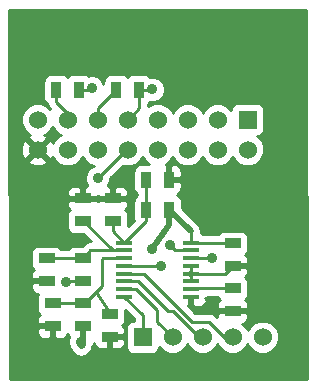
<source format=gtl>
G04 (created by PCBNEW (2013-05-31 BZR 4019)-stable) date 28/01/2014 18:03:58*
%MOIN*%
G04 Gerber Fmt 3.4, Leading zero omitted, Abs format*
%FSLAX34Y34*%
G01*
G70*
G90*
G04 APERTURE LIST*
%ADD10C,0.00590551*%
%ADD11R,0.0579X0.0165*%
%ADD12R,0.035X0.055*%
%ADD13R,0.055X0.035*%
%ADD14R,0.06X0.06*%
%ADD15C,0.06*%
%ADD16C,0.035*%
%ADD17C,0.02*%
%ADD18C,0.01*%
G04 APERTURE END LIST*
G54D10*
G54D11*
X20398Y-15372D03*
X20398Y-15628D03*
X20398Y-15884D03*
X20398Y-16140D03*
X22600Y-14608D03*
X20398Y-14604D03*
X20398Y-14860D03*
X20398Y-15116D03*
X22602Y-16396D03*
X22602Y-16140D03*
X22602Y-15884D03*
X22602Y-15628D03*
X22602Y-15372D03*
X22602Y-15116D03*
X20398Y-16396D03*
X22600Y-14860D03*
G54D12*
X21125Y-12500D03*
X21875Y-12500D03*
X21875Y-13500D03*
X21125Y-13500D03*
G54D13*
X19000Y-15875D03*
X19000Y-15125D03*
X19000Y-17375D03*
X19000Y-16625D03*
X17800Y-15125D03*
X17800Y-15875D03*
X18000Y-16625D03*
X18000Y-17375D03*
X24000Y-16125D03*
X24000Y-16875D03*
X24000Y-14625D03*
X24000Y-15375D03*
G54D12*
X18875Y-9500D03*
X18125Y-9500D03*
X20875Y-9500D03*
X20125Y-9500D03*
G54D13*
X19900Y-16985D03*
X19900Y-17735D03*
X19000Y-13875D03*
X19000Y-13125D03*
X20000Y-13875D03*
X20000Y-13125D03*
G54D14*
X24500Y-10500D03*
G54D15*
X24500Y-11500D03*
X23500Y-10500D03*
X23500Y-11500D03*
X22500Y-10500D03*
X22500Y-11500D03*
X21500Y-10500D03*
X21500Y-11500D03*
X20500Y-10500D03*
X20500Y-11500D03*
X19500Y-10500D03*
X19500Y-11500D03*
X18500Y-10500D03*
X18500Y-11500D03*
X17500Y-10500D03*
X17500Y-11500D03*
G54D14*
X21000Y-17750D03*
G54D15*
X22000Y-17750D03*
X23000Y-17750D03*
X24000Y-17750D03*
X25000Y-17750D03*
G54D16*
X21300Y-14800D03*
X21330Y-9490D03*
X19300Y-9450D03*
X18450Y-15900D03*
X19500Y-12450D03*
X21620Y-15380D03*
X23320Y-15100D03*
X21900Y-14690D03*
X18950Y-17900D03*
G54D17*
X21875Y-13500D02*
X21875Y-14025D01*
X21875Y-14025D02*
X21300Y-14800D01*
G54D18*
X20875Y-9500D02*
X21320Y-9500D01*
X21320Y-9500D02*
X21330Y-9490D01*
X20875Y-9500D02*
X20875Y-10125D01*
X18875Y-9500D02*
X19250Y-9500D01*
X19250Y-9500D02*
X19300Y-9450D01*
X22600Y-14608D02*
X23983Y-14608D01*
G54D17*
X23983Y-14608D02*
X24000Y-14625D01*
G54D18*
X22600Y-14608D02*
X22600Y-14225D01*
G54D17*
X22600Y-14225D02*
X21875Y-13500D01*
G54D18*
X20500Y-11500D02*
X20450Y-11500D01*
X20450Y-11500D02*
X19500Y-12450D01*
X20875Y-10125D02*
X20500Y-10500D01*
X18475Y-15875D02*
X19000Y-15875D01*
X18450Y-15900D02*
X18475Y-15875D01*
X21125Y-13500D02*
X21125Y-12500D01*
X20000Y-13875D02*
X20000Y-14206D01*
X20000Y-14206D02*
X20398Y-14604D01*
X21125Y-13500D02*
X21125Y-13877D01*
X21125Y-13877D02*
X20398Y-14604D01*
X17800Y-15125D02*
X19000Y-15125D01*
X20398Y-14860D02*
X19265Y-14860D01*
X19265Y-14860D02*
X19000Y-15125D01*
X19000Y-13875D02*
X19025Y-13875D01*
X20010Y-14860D02*
X20398Y-14860D01*
X19025Y-13875D02*
X20010Y-14860D01*
X19900Y-16985D02*
X19900Y-16960D01*
X19900Y-16960D02*
X19450Y-16250D01*
X19000Y-16625D02*
X19075Y-16625D01*
X19684Y-15116D02*
X20398Y-15116D01*
X19650Y-15150D02*
X19684Y-15116D01*
X19650Y-16050D02*
X19650Y-15150D01*
X19075Y-16625D02*
X19450Y-16250D01*
X19450Y-16250D02*
X19650Y-16050D01*
X19000Y-16625D02*
X18000Y-16625D01*
X21612Y-15372D02*
X20398Y-15372D01*
X21620Y-15380D02*
X21612Y-15372D01*
X24000Y-17750D02*
X23730Y-17750D01*
X21038Y-15628D02*
X20398Y-15628D01*
X22640Y-17230D02*
X21038Y-15628D01*
X23210Y-17230D02*
X22640Y-17230D01*
X23730Y-17750D02*
X23210Y-17230D01*
X23000Y-17750D02*
X22870Y-17750D01*
X20854Y-15884D02*
X20398Y-15884D01*
X21850Y-16880D02*
X20854Y-15884D01*
X22000Y-16880D02*
X21850Y-16880D01*
X22870Y-17750D02*
X22000Y-16880D01*
X22000Y-17750D02*
X21480Y-17230D01*
X20780Y-16140D02*
X20398Y-16140D01*
X21480Y-16840D02*
X20780Y-16140D01*
X21480Y-17230D02*
X21480Y-16840D01*
X21000Y-17750D02*
X21000Y-16998D01*
X21000Y-16998D02*
X20398Y-16396D01*
X24000Y-16125D02*
X22617Y-16125D01*
X22617Y-16125D02*
X22602Y-16140D01*
X22602Y-15116D02*
X23304Y-15116D01*
X23304Y-15116D02*
X23320Y-15100D01*
X19500Y-10500D02*
X19500Y-10125D01*
X19500Y-10125D02*
X20125Y-9500D01*
X22600Y-14860D02*
X22070Y-14860D01*
X22070Y-14860D02*
X21900Y-14690D01*
X18500Y-10500D02*
X18500Y-10300D01*
X18125Y-9925D02*
X18125Y-9500D01*
X18500Y-10300D02*
X18125Y-9925D01*
G54D17*
X19000Y-18000D02*
X19000Y-17375D01*
X18950Y-18050D02*
X19000Y-18000D01*
X18950Y-17900D02*
X18950Y-18050D01*
G54D18*
X22602Y-15628D02*
X23747Y-15628D01*
X23747Y-15628D02*
X24000Y-15375D01*
X22602Y-15372D02*
X22602Y-15884D01*
G54D10*
G36*
X22652Y-15685D02*
X22552Y-15685D01*
X22552Y-15669D01*
X22552Y-15642D01*
X22552Y-15614D01*
X22552Y-15586D01*
X22552Y-15570D01*
X22652Y-15570D01*
X22652Y-15586D01*
X22652Y-15614D01*
X22652Y-15642D01*
X22652Y-15669D01*
X22652Y-15685D01*
X22652Y-15685D01*
G37*
G54D18*
X22652Y-15685D02*
X22552Y-15685D01*
X22552Y-15669D01*
X22552Y-15642D01*
X22552Y-15614D01*
X22552Y-15586D01*
X22552Y-15570D01*
X22652Y-15570D01*
X22652Y-15586D01*
X22652Y-15614D01*
X22652Y-15642D01*
X22652Y-15669D01*
X22652Y-15685D01*
G54D10*
G36*
X26469Y-19150D02*
X25550Y-19150D01*
X25550Y-17641D01*
X25466Y-17438D01*
X25311Y-17284D01*
X25109Y-17200D01*
X24891Y-17199D01*
X24688Y-17283D01*
X24534Y-17438D01*
X24500Y-17519D01*
X24466Y-17438D01*
X24327Y-17299D01*
X24416Y-17261D01*
X24487Y-17191D01*
X24525Y-17099D01*
X24525Y-16987D01*
X24462Y-16925D01*
X24050Y-16925D01*
X24050Y-16932D01*
X23950Y-16932D01*
X23950Y-16925D01*
X23537Y-16925D01*
X23475Y-16987D01*
X23474Y-17070D01*
X23422Y-17017D01*
X23324Y-16952D01*
X23210Y-16930D01*
X22764Y-16930D01*
X22526Y-16691D01*
X22552Y-16666D01*
X22552Y-16472D01*
X22652Y-16472D01*
X22652Y-16666D01*
X22714Y-16728D01*
X22841Y-16728D01*
X22941Y-16728D01*
X23033Y-16690D01*
X23103Y-16619D01*
X23141Y-16528D01*
X23141Y-16499D01*
X23087Y-16446D01*
X23141Y-16446D01*
X23141Y-16425D01*
X23506Y-16425D01*
X23512Y-16441D01*
X23571Y-16500D01*
X23512Y-16558D01*
X23474Y-16650D01*
X23475Y-16762D01*
X23537Y-16825D01*
X23950Y-16825D01*
X23950Y-16817D01*
X24050Y-16817D01*
X24050Y-16825D01*
X24462Y-16825D01*
X24525Y-16762D01*
X24525Y-16650D01*
X24487Y-16558D01*
X24428Y-16499D01*
X24486Y-16441D01*
X24524Y-16349D01*
X24525Y-16250D01*
X24525Y-15900D01*
X24487Y-15808D01*
X24428Y-15750D01*
X24487Y-15691D01*
X24525Y-15599D01*
X24525Y-15487D01*
X24462Y-15425D01*
X24050Y-15425D01*
X24050Y-15432D01*
X23950Y-15432D01*
X23950Y-15425D01*
X23942Y-15425D01*
X23942Y-15325D01*
X23950Y-15325D01*
X23950Y-15317D01*
X24050Y-15317D01*
X24050Y-15325D01*
X24462Y-15325D01*
X24525Y-15262D01*
X24525Y-15150D01*
X24487Y-15058D01*
X24428Y-14999D01*
X24486Y-14941D01*
X24524Y-14849D01*
X24525Y-14750D01*
X24525Y-14400D01*
X24487Y-14308D01*
X24416Y-14238D01*
X24324Y-14200D01*
X24225Y-14199D01*
X23675Y-14199D01*
X23583Y-14237D01*
X23513Y-14308D01*
X23017Y-14308D01*
X22939Y-14275D01*
X22950Y-14225D01*
X22923Y-14091D01*
X22847Y-13977D01*
X22300Y-13430D01*
X22300Y-13175D01*
X22262Y-13083D01*
X22191Y-13013D01*
X22160Y-13000D01*
X22191Y-12987D01*
X22261Y-12916D01*
X22299Y-12824D01*
X22300Y-12725D01*
X22300Y-12274D01*
X22299Y-12175D01*
X22261Y-12083D01*
X22191Y-12012D01*
X22099Y-11974D01*
X21987Y-11975D01*
X21925Y-12037D01*
X21925Y-12450D01*
X22237Y-12450D01*
X22300Y-12387D01*
X22300Y-12274D01*
X22300Y-12725D01*
X22300Y-12612D01*
X22237Y-12550D01*
X21925Y-12550D01*
X21925Y-12557D01*
X21825Y-12557D01*
X21825Y-12550D01*
X21817Y-12550D01*
X21817Y-12450D01*
X21825Y-12450D01*
X21825Y-12037D01*
X21770Y-11983D01*
X21811Y-11966D01*
X21965Y-11811D01*
X21999Y-11730D01*
X22033Y-11811D01*
X22188Y-11965D01*
X22390Y-12049D01*
X22608Y-12050D01*
X22811Y-11966D01*
X22965Y-11811D01*
X22999Y-11730D01*
X23033Y-11811D01*
X23188Y-11965D01*
X23390Y-12049D01*
X23608Y-12050D01*
X23811Y-11966D01*
X23965Y-11811D01*
X23999Y-11730D01*
X24033Y-11811D01*
X24188Y-11965D01*
X24390Y-12049D01*
X24608Y-12050D01*
X24811Y-11966D01*
X24965Y-11811D01*
X25049Y-11609D01*
X25050Y-11391D01*
X24966Y-11188D01*
X24827Y-11050D01*
X24849Y-11050D01*
X24941Y-11012D01*
X25011Y-10941D01*
X25049Y-10849D01*
X25050Y-10750D01*
X25050Y-10150D01*
X25012Y-10058D01*
X24941Y-9988D01*
X24849Y-9950D01*
X24750Y-9949D01*
X24150Y-9949D01*
X24058Y-9987D01*
X23988Y-10058D01*
X23950Y-10150D01*
X23950Y-10172D01*
X23811Y-10034D01*
X23609Y-9950D01*
X23391Y-9949D01*
X23188Y-10033D01*
X23034Y-10188D01*
X23000Y-10269D01*
X22966Y-10188D01*
X22811Y-10034D01*
X22609Y-9950D01*
X22391Y-9949D01*
X22188Y-10033D01*
X22034Y-10188D01*
X22000Y-10269D01*
X21966Y-10188D01*
X21811Y-10034D01*
X21609Y-9950D01*
X21391Y-9949D01*
X21188Y-10033D01*
X21175Y-10047D01*
X21175Y-9993D01*
X21191Y-9987D01*
X21261Y-9916D01*
X21262Y-9914D01*
X21414Y-9915D01*
X21570Y-9850D01*
X21690Y-9731D01*
X21754Y-9574D01*
X21755Y-9405D01*
X21690Y-9249D01*
X21571Y-9129D01*
X21414Y-9065D01*
X21245Y-9064D01*
X21244Y-9065D01*
X21191Y-9013D01*
X21099Y-8975D01*
X21000Y-8974D01*
X20650Y-8974D01*
X20558Y-9012D01*
X20499Y-9071D01*
X20441Y-9013D01*
X20349Y-8975D01*
X20250Y-8974D01*
X19900Y-8974D01*
X19808Y-9012D01*
X19738Y-9083D01*
X19700Y-9175D01*
X19699Y-9274D01*
X19699Y-9305D01*
X19660Y-9209D01*
X19541Y-9089D01*
X19384Y-9025D01*
X19215Y-9024D01*
X19207Y-9028D01*
X19191Y-9013D01*
X19099Y-8975D01*
X19000Y-8974D01*
X18650Y-8974D01*
X18558Y-9012D01*
X18499Y-9071D01*
X18441Y-9013D01*
X18349Y-8975D01*
X18250Y-8974D01*
X17900Y-8974D01*
X17808Y-9012D01*
X17738Y-9083D01*
X17700Y-9175D01*
X17699Y-9274D01*
X17699Y-9824D01*
X17737Y-9916D01*
X17808Y-9986D01*
X17839Y-9999D01*
X17847Y-10039D01*
X17908Y-10130D01*
X17811Y-10034D01*
X17609Y-9950D01*
X17391Y-9949D01*
X17188Y-10033D01*
X17034Y-10188D01*
X16950Y-10390D01*
X16949Y-10608D01*
X17033Y-10811D01*
X17188Y-10965D01*
X17263Y-10997D01*
X17212Y-11018D01*
X17184Y-11114D01*
X17500Y-11429D01*
X17815Y-11114D01*
X17787Y-11018D01*
X17732Y-10999D01*
X17811Y-10966D01*
X17965Y-10811D01*
X17999Y-10730D01*
X18033Y-10811D01*
X18188Y-10965D01*
X18269Y-10999D01*
X18188Y-11033D01*
X18034Y-11188D01*
X18002Y-11263D01*
X17981Y-11212D01*
X17885Y-11184D01*
X17570Y-11500D01*
X17885Y-11815D01*
X17981Y-11787D01*
X18000Y-11732D01*
X18033Y-11811D01*
X18188Y-11965D01*
X18390Y-12049D01*
X18608Y-12050D01*
X18811Y-11966D01*
X18965Y-11811D01*
X18999Y-11730D01*
X19033Y-11811D01*
X19188Y-11965D01*
X19372Y-12042D01*
X19259Y-12089D01*
X19139Y-12208D01*
X19075Y-12365D01*
X19074Y-12534D01*
X19139Y-12690D01*
X19149Y-12699D01*
X19112Y-12700D01*
X19050Y-12762D01*
X19050Y-13075D01*
X19462Y-13075D01*
X19500Y-13037D01*
X19537Y-13075D01*
X19950Y-13075D01*
X19950Y-12762D01*
X19887Y-12700D01*
X19851Y-12699D01*
X19860Y-12691D01*
X19924Y-12534D01*
X19925Y-12449D01*
X20343Y-12030D01*
X20390Y-12049D01*
X20608Y-12050D01*
X20811Y-11966D01*
X20965Y-11811D01*
X20999Y-11730D01*
X21033Y-11811D01*
X21188Y-11965D01*
X21209Y-11974D01*
X20900Y-11974D01*
X20808Y-12012D01*
X20738Y-12083D01*
X20700Y-12175D01*
X20699Y-12274D01*
X20699Y-12824D01*
X20737Y-12916D01*
X20808Y-12986D01*
X20825Y-12993D01*
X20825Y-13006D01*
X20808Y-13012D01*
X20738Y-13083D01*
X20700Y-13175D01*
X20699Y-13274D01*
X20699Y-13824D01*
X20715Y-13862D01*
X20524Y-14052D01*
X20525Y-14000D01*
X20525Y-13650D01*
X20487Y-13558D01*
X20428Y-13500D01*
X20487Y-13441D01*
X20525Y-13349D01*
X20525Y-12900D01*
X20487Y-12808D01*
X20416Y-12738D01*
X20324Y-12700D01*
X20225Y-12699D01*
X20112Y-12700D01*
X20050Y-12762D01*
X20050Y-13075D01*
X20462Y-13075D01*
X20525Y-13012D01*
X20525Y-12900D01*
X20525Y-13349D01*
X20525Y-13237D01*
X20462Y-13175D01*
X20050Y-13175D01*
X20050Y-13182D01*
X19950Y-13182D01*
X19950Y-13175D01*
X19537Y-13175D01*
X19500Y-13212D01*
X19462Y-13175D01*
X19050Y-13175D01*
X19050Y-13182D01*
X18950Y-13182D01*
X18950Y-13175D01*
X18950Y-13075D01*
X18950Y-12762D01*
X18887Y-12700D01*
X18774Y-12699D01*
X18675Y-12700D01*
X18583Y-12738D01*
X18512Y-12808D01*
X18474Y-12900D01*
X18475Y-13012D01*
X18537Y-13075D01*
X18950Y-13075D01*
X18950Y-13175D01*
X18537Y-13175D01*
X18475Y-13237D01*
X18474Y-13349D01*
X18512Y-13441D01*
X18571Y-13500D01*
X18513Y-13558D01*
X18475Y-13650D01*
X18474Y-13749D01*
X18474Y-14099D01*
X18512Y-14191D01*
X18583Y-14261D01*
X18675Y-14299D01*
X18774Y-14300D01*
X19025Y-14300D01*
X19285Y-14560D01*
X19265Y-14560D01*
X19150Y-14582D01*
X19052Y-14647D01*
X19000Y-14699D01*
X18675Y-14699D01*
X18583Y-14737D01*
X18513Y-14808D01*
X18506Y-14825D01*
X18293Y-14825D01*
X18287Y-14808D01*
X18216Y-14738D01*
X18124Y-14700D01*
X18025Y-14699D01*
X17815Y-14699D01*
X17815Y-11885D01*
X17500Y-11570D01*
X17429Y-11641D01*
X17429Y-11500D01*
X17114Y-11184D01*
X17018Y-11212D01*
X16945Y-11418D01*
X16956Y-11636D01*
X17018Y-11787D01*
X17114Y-11815D01*
X17429Y-11500D01*
X17429Y-11641D01*
X17184Y-11885D01*
X17212Y-11981D01*
X17418Y-12054D01*
X17636Y-12043D01*
X17787Y-11981D01*
X17815Y-11885D01*
X17815Y-14699D01*
X17475Y-14699D01*
X17383Y-14737D01*
X17313Y-14808D01*
X17275Y-14900D01*
X17274Y-14999D01*
X17274Y-15349D01*
X17312Y-15441D01*
X17371Y-15500D01*
X17312Y-15558D01*
X17274Y-15650D01*
X17275Y-15762D01*
X17337Y-15825D01*
X17750Y-15825D01*
X17750Y-15817D01*
X17850Y-15817D01*
X17850Y-15825D01*
X17857Y-15825D01*
X17857Y-15925D01*
X17850Y-15925D01*
X17850Y-15932D01*
X17750Y-15932D01*
X17750Y-15925D01*
X17337Y-15925D01*
X17275Y-15987D01*
X17274Y-16099D01*
X17312Y-16191D01*
X17383Y-16261D01*
X17475Y-16299D01*
X17521Y-16299D01*
X17513Y-16308D01*
X17475Y-16400D01*
X17474Y-16499D01*
X17474Y-16849D01*
X17512Y-16941D01*
X17571Y-17000D01*
X17512Y-17058D01*
X17474Y-17150D01*
X17475Y-17262D01*
X17537Y-17325D01*
X17950Y-17325D01*
X17950Y-17317D01*
X18050Y-17317D01*
X18050Y-17325D01*
X18057Y-17325D01*
X18057Y-17425D01*
X18050Y-17425D01*
X18050Y-17737D01*
X18112Y-17800D01*
X18225Y-17800D01*
X18324Y-17799D01*
X18416Y-17761D01*
X18487Y-17691D01*
X18500Y-17660D01*
X18512Y-17691D01*
X18557Y-17736D01*
X18525Y-17815D01*
X18524Y-17984D01*
X18589Y-18140D01*
X18625Y-18176D01*
X18626Y-18183D01*
X18702Y-18297D01*
X18816Y-18373D01*
X18816Y-18373D01*
X18950Y-18400D01*
X19083Y-18373D01*
X19083Y-18373D01*
X19197Y-18297D01*
X19247Y-18247D01*
X19323Y-18133D01*
X19323Y-18133D01*
X19332Y-18086D01*
X19374Y-17984D01*
X19374Y-17942D01*
X19374Y-17959D01*
X19412Y-18051D01*
X19483Y-18121D01*
X19575Y-18159D01*
X19674Y-18160D01*
X19787Y-18160D01*
X19850Y-18097D01*
X19850Y-17785D01*
X19842Y-17785D01*
X19842Y-17685D01*
X19850Y-17685D01*
X19850Y-17677D01*
X19950Y-17677D01*
X19950Y-17685D01*
X20362Y-17685D01*
X20425Y-17622D01*
X20425Y-17510D01*
X20387Y-17418D01*
X20328Y-17359D01*
X20386Y-17301D01*
X20424Y-17209D01*
X20425Y-17110D01*
X20425Y-16847D01*
X20700Y-17122D01*
X20700Y-17199D01*
X20650Y-17199D01*
X20558Y-17237D01*
X20488Y-17308D01*
X20450Y-17400D01*
X20449Y-17499D01*
X20449Y-18099D01*
X20487Y-18191D01*
X20558Y-18261D01*
X20650Y-18299D01*
X20749Y-18300D01*
X21349Y-18300D01*
X21441Y-18262D01*
X21511Y-18191D01*
X21549Y-18099D01*
X21549Y-18077D01*
X21688Y-18215D01*
X21890Y-18299D01*
X22108Y-18300D01*
X22311Y-18216D01*
X22465Y-18061D01*
X22499Y-17980D01*
X22533Y-18061D01*
X22688Y-18215D01*
X22890Y-18299D01*
X23108Y-18300D01*
X23311Y-18216D01*
X23465Y-18061D01*
X23499Y-17980D01*
X23533Y-18061D01*
X23688Y-18215D01*
X23890Y-18299D01*
X24108Y-18300D01*
X24311Y-18216D01*
X24465Y-18061D01*
X24499Y-17980D01*
X24533Y-18061D01*
X24688Y-18215D01*
X24890Y-18299D01*
X25108Y-18300D01*
X25311Y-18216D01*
X25465Y-18061D01*
X25549Y-17859D01*
X25550Y-17641D01*
X25550Y-19150D01*
X20425Y-19150D01*
X20425Y-17959D01*
X20425Y-17847D01*
X20362Y-17785D01*
X19950Y-17785D01*
X19950Y-18097D01*
X20012Y-18160D01*
X20125Y-18160D01*
X20224Y-18159D01*
X20316Y-18121D01*
X20387Y-18051D01*
X20425Y-17959D01*
X20425Y-19150D01*
X17950Y-19150D01*
X17950Y-17737D01*
X17950Y-17425D01*
X17537Y-17425D01*
X17475Y-17487D01*
X17474Y-17599D01*
X17512Y-17691D01*
X17583Y-17761D01*
X17675Y-17799D01*
X17774Y-17800D01*
X17887Y-17800D01*
X17950Y-17737D01*
X17950Y-19150D01*
X16569Y-19150D01*
X16550Y-6850D01*
X26450Y-6850D01*
X26469Y-19150D01*
X26469Y-19150D01*
G37*
G54D18*
X26469Y-19150D02*
X25550Y-19150D01*
X25550Y-17641D01*
X25466Y-17438D01*
X25311Y-17284D01*
X25109Y-17200D01*
X24891Y-17199D01*
X24688Y-17283D01*
X24534Y-17438D01*
X24500Y-17519D01*
X24466Y-17438D01*
X24327Y-17299D01*
X24416Y-17261D01*
X24487Y-17191D01*
X24525Y-17099D01*
X24525Y-16987D01*
X24462Y-16925D01*
X24050Y-16925D01*
X24050Y-16932D01*
X23950Y-16932D01*
X23950Y-16925D01*
X23537Y-16925D01*
X23475Y-16987D01*
X23474Y-17070D01*
X23422Y-17017D01*
X23324Y-16952D01*
X23210Y-16930D01*
X22764Y-16930D01*
X22526Y-16691D01*
X22552Y-16666D01*
X22552Y-16472D01*
X22652Y-16472D01*
X22652Y-16666D01*
X22714Y-16728D01*
X22841Y-16728D01*
X22941Y-16728D01*
X23033Y-16690D01*
X23103Y-16619D01*
X23141Y-16528D01*
X23141Y-16499D01*
X23087Y-16446D01*
X23141Y-16446D01*
X23141Y-16425D01*
X23506Y-16425D01*
X23512Y-16441D01*
X23571Y-16500D01*
X23512Y-16558D01*
X23474Y-16650D01*
X23475Y-16762D01*
X23537Y-16825D01*
X23950Y-16825D01*
X23950Y-16817D01*
X24050Y-16817D01*
X24050Y-16825D01*
X24462Y-16825D01*
X24525Y-16762D01*
X24525Y-16650D01*
X24487Y-16558D01*
X24428Y-16499D01*
X24486Y-16441D01*
X24524Y-16349D01*
X24525Y-16250D01*
X24525Y-15900D01*
X24487Y-15808D01*
X24428Y-15750D01*
X24487Y-15691D01*
X24525Y-15599D01*
X24525Y-15487D01*
X24462Y-15425D01*
X24050Y-15425D01*
X24050Y-15432D01*
X23950Y-15432D01*
X23950Y-15425D01*
X23942Y-15425D01*
X23942Y-15325D01*
X23950Y-15325D01*
X23950Y-15317D01*
X24050Y-15317D01*
X24050Y-15325D01*
X24462Y-15325D01*
X24525Y-15262D01*
X24525Y-15150D01*
X24487Y-15058D01*
X24428Y-14999D01*
X24486Y-14941D01*
X24524Y-14849D01*
X24525Y-14750D01*
X24525Y-14400D01*
X24487Y-14308D01*
X24416Y-14238D01*
X24324Y-14200D01*
X24225Y-14199D01*
X23675Y-14199D01*
X23583Y-14237D01*
X23513Y-14308D01*
X23017Y-14308D01*
X22939Y-14275D01*
X22950Y-14225D01*
X22923Y-14091D01*
X22847Y-13977D01*
X22300Y-13430D01*
X22300Y-13175D01*
X22262Y-13083D01*
X22191Y-13013D01*
X22160Y-13000D01*
X22191Y-12987D01*
X22261Y-12916D01*
X22299Y-12824D01*
X22300Y-12725D01*
X22300Y-12274D01*
X22299Y-12175D01*
X22261Y-12083D01*
X22191Y-12012D01*
X22099Y-11974D01*
X21987Y-11975D01*
X21925Y-12037D01*
X21925Y-12450D01*
X22237Y-12450D01*
X22300Y-12387D01*
X22300Y-12274D01*
X22300Y-12725D01*
X22300Y-12612D01*
X22237Y-12550D01*
X21925Y-12550D01*
X21925Y-12557D01*
X21825Y-12557D01*
X21825Y-12550D01*
X21817Y-12550D01*
X21817Y-12450D01*
X21825Y-12450D01*
X21825Y-12037D01*
X21770Y-11983D01*
X21811Y-11966D01*
X21965Y-11811D01*
X21999Y-11730D01*
X22033Y-11811D01*
X22188Y-11965D01*
X22390Y-12049D01*
X22608Y-12050D01*
X22811Y-11966D01*
X22965Y-11811D01*
X22999Y-11730D01*
X23033Y-11811D01*
X23188Y-11965D01*
X23390Y-12049D01*
X23608Y-12050D01*
X23811Y-11966D01*
X23965Y-11811D01*
X23999Y-11730D01*
X24033Y-11811D01*
X24188Y-11965D01*
X24390Y-12049D01*
X24608Y-12050D01*
X24811Y-11966D01*
X24965Y-11811D01*
X25049Y-11609D01*
X25050Y-11391D01*
X24966Y-11188D01*
X24827Y-11050D01*
X24849Y-11050D01*
X24941Y-11012D01*
X25011Y-10941D01*
X25049Y-10849D01*
X25050Y-10750D01*
X25050Y-10150D01*
X25012Y-10058D01*
X24941Y-9988D01*
X24849Y-9950D01*
X24750Y-9949D01*
X24150Y-9949D01*
X24058Y-9987D01*
X23988Y-10058D01*
X23950Y-10150D01*
X23950Y-10172D01*
X23811Y-10034D01*
X23609Y-9950D01*
X23391Y-9949D01*
X23188Y-10033D01*
X23034Y-10188D01*
X23000Y-10269D01*
X22966Y-10188D01*
X22811Y-10034D01*
X22609Y-9950D01*
X22391Y-9949D01*
X22188Y-10033D01*
X22034Y-10188D01*
X22000Y-10269D01*
X21966Y-10188D01*
X21811Y-10034D01*
X21609Y-9950D01*
X21391Y-9949D01*
X21188Y-10033D01*
X21175Y-10047D01*
X21175Y-9993D01*
X21191Y-9987D01*
X21261Y-9916D01*
X21262Y-9914D01*
X21414Y-9915D01*
X21570Y-9850D01*
X21690Y-9731D01*
X21754Y-9574D01*
X21755Y-9405D01*
X21690Y-9249D01*
X21571Y-9129D01*
X21414Y-9065D01*
X21245Y-9064D01*
X21244Y-9065D01*
X21191Y-9013D01*
X21099Y-8975D01*
X21000Y-8974D01*
X20650Y-8974D01*
X20558Y-9012D01*
X20499Y-9071D01*
X20441Y-9013D01*
X20349Y-8975D01*
X20250Y-8974D01*
X19900Y-8974D01*
X19808Y-9012D01*
X19738Y-9083D01*
X19700Y-9175D01*
X19699Y-9274D01*
X19699Y-9305D01*
X19660Y-9209D01*
X19541Y-9089D01*
X19384Y-9025D01*
X19215Y-9024D01*
X19207Y-9028D01*
X19191Y-9013D01*
X19099Y-8975D01*
X19000Y-8974D01*
X18650Y-8974D01*
X18558Y-9012D01*
X18499Y-9071D01*
X18441Y-9013D01*
X18349Y-8975D01*
X18250Y-8974D01*
X17900Y-8974D01*
X17808Y-9012D01*
X17738Y-9083D01*
X17700Y-9175D01*
X17699Y-9274D01*
X17699Y-9824D01*
X17737Y-9916D01*
X17808Y-9986D01*
X17839Y-9999D01*
X17847Y-10039D01*
X17908Y-10130D01*
X17811Y-10034D01*
X17609Y-9950D01*
X17391Y-9949D01*
X17188Y-10033D01*
X17034Y-10188D01*
X16950Y-10390D01*
X16949Y-10608D01*
X17033Y-10811D01*
X17188Y-10965D01*
X17263Y-10997D01*
X17212Y-11018D01*
X17184Y-11114D01*
X17500Y-11429D01*
X17815Y-11114D01*
X17787Y-11018D01*
X17732Y-10999D01*
X17811Y-10966D01*
X17965Y-10811D01*
X17999Y-10730D01*
X18033Y-10811D01*
X18188Y-10965D01*
X18269Y-10999D01*
X18188Y-11033D01*
X18034Y-11188D01*
X18002Y-11263D01*
X17981Y-11212D01*
X17885Y-11184D01*
X17570Y-11500D01*
X17885Y-11815D01*
X17981Y-11787D01*
X18000Y-11732D01*
X18033Y-11811D01*
X18188Y-11965D01*
X18390Y-12049D01*
X18608Y-12050D01*
X18811Y-11966D01*
X18965Y-11811D01*
X18999Y-11730D01*
X19033Y-11811D01*
X19188Y-11965D01*
X19372Y-12042D01*
X19259Y-12089D01*
X19139Y-12208D01*
X19075Y-12365D01*
X19074Y-12534D01*
X19139Y-12690D01*
X19149Y-12699D01*
X19112Y-12700D01*
X19050Y-12762D01*
X19050Y-13075D01*
X19462Y-13075D01*
X19500Y-13037D01*
X19537Y-13075D01*
X19950Y-13075D01*
X19950Y-12762D01*
X19887Y-12700D01*
X19851Y-12699D01*
X19860Y-12691D01*
X19924Y-12534D01*
X19925Y-12449D01*
X20343Y-12030D01*
X20390Y-12049D01*
X20608Y-12050D01*
X20811Y-11966D01*
X20965Y-11811D01*
X20999Y-11730D01*
X21033Y-11811D01*
X21188Y-11965D01*
X21209Y-11974D01*
X20900Y-11974D01*
X20808Y-12012D01*
X20738Y-12083D01*
X20700Y-12175D01*
X20699Y-12274D01*
X20699Y-12824D01*
X20737Y-12916D01*
X20808Y-12986D01*
X20825Y-12993D01*
X20825Y-13006D01*
X20808Y-13012D01*
X20738Y-13083D01*
X20700Y-13175D01*
X20699Y-13274D01*
X20699Y-13824D01*
X20715Y-13862D01*
X20524Y-14052D01*
X20525Y-14000D01*
X20525Y-13650D01*
X20487Y-13558D01*
X20428Y-13500D01*
X20487Y-13441D01*
X20525Y-13349D01*
X20525Y-12900D01*
X20487Y-12808D01*
X20416Y-12738D01*
X20324Y-12700D01*
X20225Y-12699D01*
X20112Y-12700D01*
X20050Y-12762D01*
X20050Y-13075D01*
X20462Y-13075D01*
X20525Y-13012D01*
X20525Y-12900D01*
X20525Y-13349D01*
X20525Y-13237D01*
X20462Y-13175D01*
X20050Y-13175D01*
X20050Y-13182D01*
X19950Y-13182D01*
X19950Y-13175D01*
X19537Y-13175D01*
X19500Y-13212D01*
X19462Y-13175D01*
X19050Y-13175D01*
X19050Y-13182D01*
X18950Y-13182D01*
X18950Y-13175D01*
X18950Y-13075D01*
X18950Y-12762D01*
X18887Y-12700D01*
X18774Y-12699D01*
X18675Y-12700D01*
X18583Y-12738D01*
X18512Y-12808D01*
X18474Y-12900D01*
X18475Y-13012D01*
X18537Y-13075D01*
X18950Y-13075D01*
X18950Y-13175D01*
X18537Y-13175D01*
X18475Y-13237D01*
X18474Y-13349D01*
X18512Y-13441D01*
X18571Y-13500D01*
X18513Y-13558D01*
X18475Y-13650D01*
X18474Y-13749D01*
X18474Y-14099D01*
X18512Y-14191D01*
X18583Y-14261D01*
X18675Y-14299D01*
X18774Y-14300D01*
X19025Y-14300D01*
X19285Y-14560D01*
X19265Y-14560D01*
X19150Y-14582D01*
X19052Y-14647D01*
X19000Y-14699D01*
X18675Y-14699D01*
X18583Y-14737D01*
X18513Y-14808D01*
X18506Y-14825D01*
X18293Y-14825D01*
X18287Y-14808D01*
X18216Y-14738D01*
X18124Y-14700D01*
X18025Y-14699D01*
X17815Y-14699D01*
X17815Y-11885D01*
X17500Y-11570D01*
X17429Y-11641D01*
X17429Y-11500D01*
X17114Y-11184D01*
X17018Y-11212D01*
X16945Y-11418D01*
X16956Y-11636D01*
X17018Y-11787D01*
X17114Y-11815D01*
X17429Y-11500D01*
X17429Y-11641D01*
X17184Y-11885D01*
X17212Y-11981D01*
X17418Y-12054D01*
X17636Y-12043D01*
X17787Y-11981D01*
X17815Y-11885D01*
X17815Y-14699D01*
X17475Y-14699D01*
X17383Y-14737D01*
X17313Y-14808D01*
X17275Y-14900D01*
X17274Y-14999D01*
X17274Y-15349D01*
X17312Y-15441D01*
X17371Y-15500D01*
X17312Y-15558D01*
X17274Y-15650D01*
X17275Y-15762D01*
X17337Y-15825D01*
X17750Y-15825D01*
X17750Y-15817D01*
X17850Y-15817D01*
X17850Y-15825D01*
X17857Y-15825D01*
X17857Y-15925D01*
X17850Y-15925D01*
X17850Y-15932D01*
X17750Y-15932D01*
X17750Y-15925D01*
X17337Y-15925D01*
X17275Y-15987D01*
X17274Y-16099D01*
X17312Y-16191D01*
X17383Y-16261D01*
X17475Y-16299D01*
X17521Y-16299D01*
X17513Y-16308D01*
X17475Y-16400D01*
X17474Y-16499D01*
X17474Y-16849D01*
X17512Y-16941D01*
X17571Y-17000D01*
X17512Y-17058D01*
X17474Y-17150D01*
X17475Y-17262D01*
X17537Y-17325D01*
X17950Y-17325D01*
X17950Y-17317D01*
X18050Y-17317D01*
X18050Y-17325D01*
X18057Y-17325D01*
X18057Y-17425D01*
X18050Y-17425D01*
X18050Y-17737D01*
X18112Y-17800D01*
X18225Y-17800D01*
X18324Y-17799D01*
X18416Y-17761D01*
X18487Y-17691D01*
X18500Y-17660D01*
X18512Y-17691D01*
X18557Y-17736D01*
X18525Y-17815D01*
X18524Y-17984D01*
X18589Y-18140D01*
X18625Y-18176D01*
X18626Y-18183D01*
X18702Y-18297D01*
X18816Y-18373D01*
X18816Y-18373D01*
X18950Y-18400D01*
X19083Y-18373D01*
X19083Y-18373D01*
X19197Y-18297D01*
X19247Y-18247D01*
X19323Y-18133D01*
X19323Y-18133D01*
X19332Y-18086D01*
X19374Y-17984D01*
X19374Y-17942D01*
X19374Y-17959D01*
X19412Y-18051D01*
X19483Y-18121D01*
X19575Y-18159D01*
X19674Y-18160D01*
X19787Y-18160D01*
X19850Y-18097D01*
X19850Y-17785D01*
X19842Y-17785D01*
X19842Y-17685D01*
X19850Y-17685D01*
X19850Y-17677D01*
X19950Y-17677D01*
X19950Y-17685D01*
X20362Y-17685D01*
X20425Y-17622D01*
X20425Y-17510D01*
X20387Y-17418D01*
X20328Y-17359D01*
X20386Y-17301D01*
X20424Y-17209D01*
X20425Y-17110D01*
X20425Y-16847D01*
X20700Y-17122D01*
X20700Y-17199D01*
X20650Y-17199D01*
X20558Y-17237D01*
X20488Y-17308D01*
X20450Y-17400D01*
X20449Y-17499D01*
X20449Y-18099D01*
X20487Y-18191D01*
X20558Y-18261D01*
X20650Y-18299D01*
X20749Y-18300D01*
X21349Y-18300D01*
X21441Y-18262D01*
X21511Y-18191D01*
X21549Y-18099D01*
X21549Y-18077D01*
X21688Y-18215D01*
X21890Y-18299D01*
X22108Y-18300D01*
X22311Y-18216D01*
X22465Y-18061D01*
X22499Y-17980D01*
X22533Y-18061D01*
X22688Y-18215D01*
X22890Y-18299D01*
X23108Y-18300D01*
X23311Y-18216D01*
X23465Y-18061D01*
X23499Y-17980D01*
X23533Y-18061D01*
X23688Y-18215D01*
X23890Y-18299D01*
X24108Y-18300D01*
X24311Y-18216D01*
X24465Y-18061D01*
X24499Y-17980D01*
X24533Y-18061D01*
X24688Y-18215D01*
X24890Y-18299D01*
X25108Y-18300D01*
X25311Y-18216D01*
X25465Y-18061D01*
X25549Y-17859D01*
X25550Y-17641D01*
X25550Y-19150D01*
X20425Y-19150D01*
X20425Y-17959D01*
X20425Y-17847D01*
X20362Y-17785D01*
X19950Y-17785D01*
X19950Y-18097D01*
X20012Y-18160D01*
X20125Y-18160D01*
X20224Y-18159D01*
X20316Y-18121D01*
X20387Y-18051D01*
X20425Y-17959D01*
X20425Y-19150D01*
X17950Y-19150D01*
X17950Y-17737D01*
X17950Y-17425D01*
X17537Y-17425D01*
X17475Y-17487D01*
X17474Y-17599D01*
X17512Y-17691D01*
X17583Y-17761D01*
X17675Y-17799D01*
X17774Y-17800D01*
X17887Y-17800D01*
X17950Y-17737D01*
X17950Y-19150D01*
X16569Y-19150D01*
X16550Y-6850D01*
X26450Y-6850D01*
X26469Y-19150D01*
M02*

</source>
